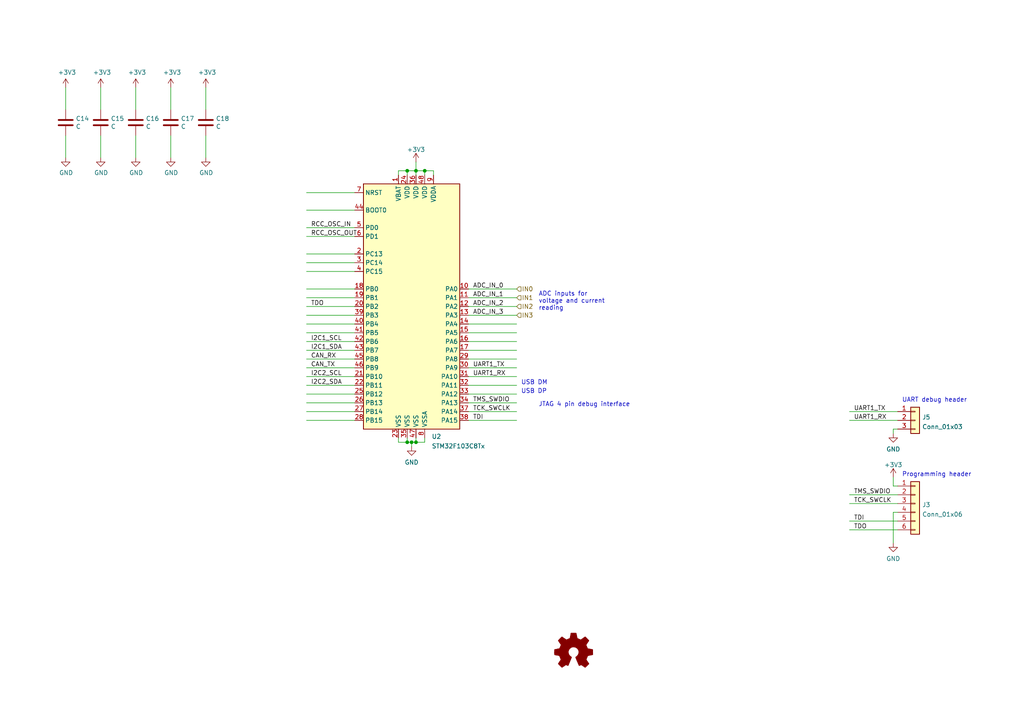
<source format=kicad_sch>
(kicad_sch (version 20211123) (generator eeschema)
  (paper "A4")
  (title_block (title "Open Flow Meter") (date "2021-03-30") (rev "1"))
  (lib_symbols
    (symbol "Connector_Generic:Conn_01x03" (pin_names (offset 1.016) hide)
      (property "Reference" "J" (at 0 5.08 0))
      (property "Value" "Conn_01x03" (at 0 -5.08 0))
      (symbol "Conn_01x03_1_1"
        (rectangle (start -1.27 -2.413) (end 0 -2.667) (stroke (width 0.1524)))
        (rectangle (start -1.27 0.127) (end 0 -0.127) (stroke (width 0.1524)))
        (rectangle (start -1.27 2.667) (end 0 2.413) (stroke (width 0.1524)))
        (rectangle (start -1.27 3.81) (end 1.27 -3.81) (stroke (width 0.254)) (fill (type background)))
        (pin passive line (at -5.08 2.54 0) (length 3.81) (name "Pin_1") (number "1"))
        (pin passive line (at -5.08 0 0) (length 3.81) (name "Pin_2") (number "2"))
        (pin passive line (at -5.08 -2.54 0) (length 3.81) (name "Pin_3") (number "3"))
      )
    )
    (symbol "Connector_Generic:Conn_01x06" (pin_names (offset 1.016) hide)
      (property "Reference" "J" (at 0 7.62 0))
      (property "Value" "Conn_01x06" (at 0 -10.16 0))
      (symbol "Conn_01x06_1_1"
        (rectangle (start -1.27 -7.493) (end 0 -7.747) (stroke (width 0.1524)))
        (rectangle (start -1.27 -4.953) (end 0 -5.207) (stroke (width 0.1524)))
        (rectangle (start -1.27 -2.413) (end 0 -2.667) (stroke (width 0.1524)))
        (rectangle (start -1.27 0.127) (end 0 -0.127) (stroke (width 0.1524)))
        (rectangle (start -1.27 2.667) (end 0 2.413) (stroke (width 0.1524)))
        (rectangle (start -1.27 5.207) (end 0 4.953) (stroke (width 0.1524)))
        (rectangle (start -1.27 6.35) (end 1.27 -8.89) (stroke (width 0.254)) (fill (type background)))
        (pin passive line (at -5.08 5.08 0) (length 3.81) (name "Pin_1") (number "1"))
        (pin passive line (at -5.08 2.54 0) (length 3.81) (name "Pin_2") (number "2"))
        (pin passive line (at -5.08 0 0) (length 3.81) (name "Pin_3") (number "3"))
        (pin passive line (at -5.08 -2.54 0) (length 3.81) (name "Pin_4") (number "4"))
        (pin passive line (at -5.08 -5.08 0) (length 3.81) (name "Pin_5") (number "5"))
        (pin passive line (at -5.08 -7.62 0) (length 3.81) (name "Pin_6") (number "6"))
      )
    )
    (symbol "Device:C" (pin_numbers hide) (pin_names (offset 0.254))
      (property "Reference" "C" (at 0.635 2.54 0))
      (property "Value" "C" (at 0.635 -2.54 0))
      (symbol "C_0_1"
        (polyline (pts (xy -2.032 -0.762) (xy 2.032 -0.762)) (stroke (width 0.508)))
        (polyline (pts (xy -2.032 0.762) (xy 2.032 0.762)) (stroke (width 0.508)))
      )
      (symbol "C_1_1"
        (pin passive line (at 0 3.81 270) (length 2.794) (name "~") (number "1"))
        (pin passive line (at 0 -3.81 90) (length 2.794) (name "~") (number "2"))
      )
    )
    (symbol "Graphic:Logo_Open_Hardware_Small" (pin_names (offset 1.016))
      (symbol "Logo_Open_Hardware_Small_0_1"
        (polyline (pts (xy 3.3528 -4.3434) (xy 3.302 -4.318) (xy 3.175 -4.2418) (xy 2.9972 -4.1148) (xy 2.7686 -3.9624) (xy 2.54 -3.81) (xy 2.3622 -3.7084) (xy 2.2352 -3.6068) (xy 2.1844 -3.5814) (xy 2.159 -3.6068) (xy 2.0574 -3.6576) (xy 1.905 -3.7338) (xy 1.8034 -3.7846) (xy 1.6764 -3.8354) (xy 1.6002 -3.8354) (xy 1.6002 -3.8354) (xy 1.5494 -3.7338) (xy 1.4732 -3.5306) (xy 1.3462 -3.302) (xy 1.2446 -3.0226) (xy 1.1176 -2.7178) (xy 0.9652 -2.413) (xy 0.8636 -2.1082) (xy 0.7366 -1.8288) (xy 0.6604 -1.6256) (xy 0.6096 -1.4732) (xy 0.5842 -1.397) (xy 0.5842 -1.397) (xy 0.6604 -1.3208) (xy 0.7874 -1.2446) (xy 1.0414 -1.016) (xy 1.2954 -0.6858) (xy 1.4478 -0.3302) (xy 1.524 0.0762) (xy 1.4732 0.4572) (xy 1.3208 0.8128) (xy 1.0668 1.143) (xy 0.762 1.3716) (xy 0.4064 1.524) (xy 0 1.5748) (xy -0.381 1.5494) (xy -0.7366 1.397) (xy -1.0668 1.143) (xy -1.2192 0.9906) (xy -1.397 0.6604) (xy -1.524 0.3048) (xy -1.524 0.2286) (xy -1.4986 -0.1778) (xy -1.397 -0.5334) (xy -1.1938 -0.8636) (xy -0.9144 -1.143) (xy -0.8636 -1.1684) (xy -0.7366 -1.27) (xy -0.635 -1.3462) (xy -0.5842 -1.397) (xy -1.0668 -2.5908) (xy -1.143 -2.794) (xy -1.2954 -3.1242) (xy -1.397 -3.4036) (xy -1.4986 -3.6322) (xy -1.5748 -3.7846) (xy -1.6002 -3.8354) (xy -1.6002 -3.8354) (xy -1.651 -3.8354) (xy -1.7272 -3.81) (xy -1.905 -3.7338) (xy -2.0066 -3.683) (xy -2.1336 -3.6068) (xy -2.2098 -3.5814) (xy -2.2606 -3.6068) (xy -2.3622 -3.683) (xy -2.54 -3.81) (xy -2.7686 -3.9624) (xy -2.9718 -4.0894) (xy -3.1496 -4.2164) (xy -3.302 -4.318) (xy -3.3528 -4.3434) (xy -3.3782 -4.3434) (xy -3.429 -4.318) (xy -3.5306 -4.2164) (xy -3.7084 -4.064) (xy -3.937 -3.8354) (xy -3.9624 -3.81) (xy -4.1656 -3.6068) (xy -4.318 -3.4544) (xy -4.4196 -3.3274) (xy -4.445 -3.2766) (xy -4.445 -3.2766) (xy -4.4196 -3.2258) (xy -4.318 -3.0734) (xy -4.2164 -2.8956) (xy -4.064 -2.667) (xy -3.6576 -2.0828) (xy -3.8862 -1.5494) (xy -3.937 -1.3716) (xy -4.0386 -1.1684) (xy -4.0894 -1.0414) (xy -4.1148 -0.9652) (xy -4.191 -0.9398) (xy -4.318 -0.9144) (xy -4.5466 -0.8636) (xy -4.8006 -0.8128) (xy -5.0546 -0.7874) (xy -5.2578 -0.7366) (xy -5.4356 -0.7112) (xy -5.5118 -0.6858) (xy -5.5118 -0.6858) (xy -5.5372 -0.635) (xy -5.5372 -0.5588) (xy -5.5372 -0.4318) (xy -5.5626 -0.2286) (xy -5.5626 0.0762) (xy -5.5626 0.127) (xy -5.5372 0.4064) (xy -5.5372 0.635) (xy -5.5372 0.762) (xy -5.5372 0.8382) (xy -5.5372 0.8382) (xy -5.461 0.8382) (xy -5.3086 0.889) (xy -5.08 0.9144) (xy -4.826 0.9652) (xy -4.8006 0.9906) (xy -4.5466 1.0414) (xy -4.318 1.0668) (xy -4.1656 1.1176) (xy -4.0894 1.143) (xy -4.0894 1.143) (xy -4.0386 1.2446) (xy -3.9624 1.4224) (xy -3.8608 1.6256) (xy -3.7846 1.8288) (xy -3.7084 2.0066) (xy -3.6576 2.159) (xy -3.6322 2.2098) (xy -3.6322 2.2098) (xy -3.683 2.286) (xy -3.7592 2.413) (xy -3.8862 2.5908) (xy -4.064 2.8194) (xy -4.064 2.8448) (xy -4.2164 3.0734) (xy -4.3434 3.2512) (xy -4.4196 3.3782) (xy -4.445 3.4544) (xy -4.445 3.4544) (xy -4.3942 3.5052) (xy -4.2926 3.6322) (xy -4.1148 3.81) (xy -3.937 4.0132) (xy -3.8608 4.064) (xy -3.6576 4.2926) (xy -3.5052 4.4196) (xy -3.4036 4.4958) (xy -3.3528 4.5212) (xy -3.3528 4.5212) (xy -3.302 4.4704) (xy -3.1496 4.3688) (xy -2.9718 4.2418) (xy -2.7432 4.0894) (xy -2.7178 4.0894) (xy -2.4892 3.937) (xy -2.3114 3.81) (xy -2.1844 3.7084) (xy -2.1336 3.683) (xy -2.1082 3.683) (xy -2.032 3.7084) (xy -1.8542 3.7592) (xy -1.6764 3.8354) (xy -1.4732 3.937) (xy -1.27 4.0132) (xy -1.143 4.064) (xy -1.0668 4.1148) (xy -1.0668 4.1148) (xy -1.0414 4.191) (xy -1.016 4.3434) (xy -0.9652 4.572) (xy -0.9144 4.8514) (xy -0.889 4.9022) (xy -0.8382 5.1562) (xy -0.8128 5.3848) (xy -0.7874 5.5372) (xy -0.762 5.588) (xy -0.7112 5.6134) (xy -0.5842 5.6134) (xy -0.4064 5.6134) (xy -0.1524 5.6134) (xy 0.0762 5.6134) (xy 0.3302 5.6134) (xy 0.5334 5.6134) (xy 0.6858 5.588) (xy 0.7366 5.588) (xy 0.7366 5.588) (xy 0.762 5.5118) (xy 0.8128 5.334) (xy 0.8382 5.1054) (xy 0.9144 4.826) (xy 0.9144 4.7752) (xy 0.9652 4.5212) (xy 1.016 4.2926) (xy 1.0414 4.1402) (xy 1.0668 4.0894) (xy 1.0668 4.0894) (xy 1.1938 4.0386) (xy 1.3716 3.9624) (xy 1.5748 3.8608) (xy 2.0828 3.6576) (xy 2.7178 4.0894) (xy 2.7686 4.1402) (xy 2.9972 4.2926) (xy 3.175 4.4196) (xy 3.302 4.4958) (xy 3.3782 4.5212) (xy 3.3782 4.5212) (xy 3.429 4.4704) (xy 3.556 4.3434) (xy 3.7338 4.191) (xy 3.9116 3.9878) (xy 4.064 3.8354) (xy 4.2418 3.6576) (xy 4.3434 3.556) (xy 4.4196 3.4798) (xy 4.4196 3.429) (xy 4.4196 3.4036) (xy 4.3942 3.3274) (xy 4.2926 3.2004) (xy 4.1656 2.9972) (xy 4.0132 2.794) (xy 3.8862 2.5908) (xy 3.7592 2.3876) (xy 3.6576 2.2352) (xy 3.6322 2.159) (xy 3.6322 2.1336) (xy 3.683 2.0066) (xy 3.7592 1.8288) (xy 3.8608 1.6002) (xy 4.064 1.1176) (xy 4.3942 1.0414) (xy 4.5974 1.016) (xy 4.8768 0.9652) (xy 5.1308 0.9144) (xy 5.5372 0.8382) (xy 5.5626 -0.6604) (xy 5.4864 -0.6858) (xy 5.4356 -0.6858) (xy 5.2832 -0.7366) (xy 5.0546 -0.762) (xy 4.8006 -0.8128) (xy 4.5974 -0.8636) (xy 4.3688 -0.9144) (xy 4.2164 -0.9398) (xy 4.1402 -0.9398) (xy 4.1148 -0.9652) (xy 4.064 -1.0668) (xy 3.9878 -1.2446) (xy 3.9116 -1.4478) (xy 3.81 -1.651) (xy 3.7338 -1.8542) (xy 3.683 -2.0066) (xy 3.6576 -2.0828) (xy 3.683 -2.1336) (xy 3.7846 -2.2606) (xy 3.8862 -2.4638) (xy 4.0386 -2.667) (xy 4.191 -2.8956) (xy 4.318 -3.0734) (xy 4.3942 -3.2004) (xy 4.445 -3.2766) (xy 4.4196 -3.3274) (xy 4.3434 -3.429) (xy 4.1656 -3.5814) (xy 3.937 -3.8354) (xy 3.8862 -3.8608) (xy 3.683 -4.064) (xy 3.5306 -4.2164) (xy 3.4036 -4.318) (xy 3.3528 -4.3434)) (fill (type outline)))
      )
    )
    (symbol "MCU_ST_STM32F1:STM32F103C8Tx"
      (property "Reference" "U" (at -15.24 36.83 0))
      (property "Value" "STM32F103C8Tx" (at 7.62 36.83 0))
      (symbol "STM32F103C8Tx_0_1"
        (rectangle (start -15.24 -35.56) (end 12.7 35.56) (stroke (width 0.254)) (fill (type background)))
      )
      (symbol "STM32F103C8Tx_1_1"
        (pin power_in line (at -5.08 38.1 270) (length 2.54) (name "VBAT") (number "1"))
        (pin bidirectional line (at 15.24 5.08 180) (length 2.54) (name "PA0") (number "10"))
        (pin bidirectional line (at 15.24 2.54 180) (length 2.54) (name "PA1") (number "11"))
        (pin bidirectional line (at 15.24 0 180) (length 2.54) (name "PA2") (number "12"))
        (pin bidirectional line (at 15.24 -2.54 180) (length 2.54) (name "PA3") (number "13"))
        (pin bidirectional line (at 15.24 -5.08 180) (length 2.54) (name "PA4") (number "14"))
        (pin bidirectional line (at 15.24 -7.62 180) (length 2.54) (name "PA5") (number "15"))
        (pin bidirectional line (at 15.24 -10.16 180) (length 2.54) (name "PA6") (number "16"))
        (pin bidirectional line (at 15.24 -12.7 180) (length 2.54) (name "PA7") (number "17"))
        (pin bidirectional line (at -17.78 5.08 0) (length 2.54) (name "PB0") (number "18"))
        (pin bidirectional line (at -17.78 2.54 0) (length 2.54) (name "PB1") (number "19"))
        (pin bidirectional line (at -17.78 15.24 0) (length 2.54) (name "PC13") (number "2"))
        (pin bidirectional line (at -17.78 0 0) (length 2.54) (name "PB2") (number "20"))
        (pin bidirectional line (at -17.78 -20.32 0) (length 2.54) (name "PB10") (number "21"))
        (pin bidirectional line (at -17.78 -22.86 0) (length 2.54) (name "PB11") (number "22"))
        (pin power_in line (at -5.08 -38.1 90) (length 2.54) (name "VSS") (number "23"))
        (pin power_in line (at -2.54 38.1 270) (length 2.54) (name "VDD") (number "24"))
        (pin bidirectional line (at -17.78 -25.4 0) (length 2.54) (name "PB12") (number "25"))
        (pin bidirectional line (at -17.78 -27.94 0) (length 2.54) (name "PB13") (number "26"))
        (pin bidirectional line (at -17.78 -30.48 0) (length 2.54) (name "PB14") (number "27"))
        (pin bidirectional line (at -17.78 -33.02 0) (length 2.54) (name "PB15") (number "28"))
        (pin bidirectional line (at 15.24 -15.24 180) (length 2.54) (name "PA8") (number "29"))
        (pin bidirectional line (at -17.78 12.7 0) (length 2.54) (name "PC14") (number "3"))
        (pin bidirectional line (at 15.24 -17.78 180) (length 2.54) (name "PA9") (number "30"))
        (pin bidirectional line (at 15.24 -20.32 180) (length 2.54) (name "PA10") (number "31"))
        (pin bidirectional line (at 15.24 -22.86 180) (length 2.54) (name "PA11") (number "32"))
        (pin bidirectional line (at 15.24 -25.4 180) (length 2.54) (name "PA12") (number "33"))
        (pin bidirectional line (at 15.24 -27.94 180) (length 2.54) (name "PA13") (number "34"))
        (pin power_in line (at -2.54 -38.1 90) (length 2.54) (name "VSS") (number "35"))
        (pin power_in line (at 0 38.1 270) (length 2.54) (name "VDD") (number "36"))
        (pin bidirectional line (at 15.24 -30.48 180) (length 2.54) (name "PA14") (number "37"))
        (pin bidirectional line (at 15.24 -33.02 180) (length 2.54) (name "PA15") (number "38"))
        (pin bidirectional line (at -17.78 -2.54 0) (length 2.54) (name "PB3") (number "39"))
        (pin bidirectional line (at -17.78 10.16 0) (length 2.54) (name "PC15") (number "4"))
        (pin bidirectional line (at -17.78 -5.08 0) (length 2.54) (name "PB4") (number "40"))
        (pin bidirectional line (at -17.78 -7.62 0) (length 2.54) (name "PB5") (number "41"))
        (pin bidirectional line (at -17.78 -10.16 0) (length 2.54) (name "PB6") (number "42"))
        (pin bidirectional line (at -17.78 -12.7 0) (length 2.54) (name "PB7") (number "43"))
        (pin input line (at -17.78 27.94 0) (length 2.54) (name "BOOT0") (number "44"))
        (pin bidirectional line (at -17.78 -15.24 0) (length 2.54) (name "PB8") (number "45"))
        (pin bidirectional line (at -17.78 -17.78 0) (length 2.54) (name "PB9") (number "46"))
        (pin power_in line (at 0 -38.1 90) (length 2.54) (name "VSS") (number "47"))
        (pin power_in line (at 2.54 38.1 270) (length 2.54) (name "VDD") (number "48"))
        (pin input line (at -17.78 22.86 0) (length 2.54) (name "PD0") (number "5"))
        (pin input line (at -17.78 20.32 0) (length 2.54) (name "PD1") (number "6"))
        (pin input line (at -17.78 33.02 0) (length 2.54) (name "NRST") (number "7"))
        (pin power_in line (at 2.54 -38.1 90) (length 2.54) (name "VSSA") (number "8"))
        (pin power_in line (at 5.08 38.1 270) (length 2.54) (name "VDDA") (number "9"))
      )
    )
    (symbol "power:+3.3V" (power) (pin_names (offset 0))
      (property "Value" "+3.3V" (at 0 3.556 0))
      (symbol "+3.3V_0_1"
        (polyline (pts (xy -0.762 1.27) (xy 0 2.54)))
        (polyline (pts (xy 0 0) (xy 0 2.54)))
        (polyline (pts (xy 0 2.54) (xy 0.762 1.27)))
      )
      (symbol "+3.3V_1_1"
        (pin power_in line (at 0 0 90) (length 0) hide (name "+3V3") (number "1"))
      )
    )
    (symbol "power:GND" (power) (pin_names (offset 0))
      (property "Value" "GND" (at 0 -3.81 0))
      (symbol "GND_0_1"
        (polyline (pts (xy 0 0) (xy 0 -1.27) (xy 1.27 -1.27) (xy 0 -2.54) (xy -1.27 -1.27) (xy 0 -1.27)))
      )
      (symbol "GND_1_1"
        (pin power_in line (at 0 0 270) (length 0) hide (name "GND") (number "1"))
      )
    )
  )
  (junction (at 119.38 128.27))
  (junction (at 118.11 128.27))
  (junction (at 118.11 49.53))
  (junction (at 123.19 49.53))
  (junction (at 120.65 128.27))
  (junction (at 120.65 49.53))
  (wire (pts (xy 88.9 121.92) (xy 102.87 121.92)))
  (wire (pts (xy 88.9 88.9) (xy 102.87 88.9)))
  (wire (pts (xy 59.69 39.37) (xy 59.69 45.72)))
  (wire (pts (xy 260.35 140.97) (xy 259.08 140.97)))
  (wire (pts (xy 135.89 96.52) (xy 149.86 96.52)))
  (wire (pts (xy 88.9 83.82) (xy 102.87 83.82)))
  (wire (pts (xy 29.21 39.37) (xy 29.21 45.72)))
  (wire (pts (xy 39.37 39.37) (xy 39.37 45.72)))
  (wire (pts (xy 135.89 99.06) (xy 149.86 99.06)))
  (wire (pts (xy 88.9 76.2) (xy 102.87 76.2)))
  (wire (pts (xy 88.9 109.22) (xy 102.87 109.22)))
  (wire (pts (xy 119.38 128.27) (xy 119.38 129.54)))
  (wire (pts (xy 59.69 25.4) (xy 59.69 31.75)))
  (wire (pts (xy 88.9 116.84) (xy 102.87 116.84)))
  (wire (pts (xy 246.38 143.51) (xy 260.35 143.51)))
  (wire (pts (xy 135.89 83.82) (xy 149.86 83.82)))
  (wire (pts (xy 115.57 49.53) (xy 115.57 50.8)))
  (wire (pts (xy 120.65 46.99) (xy 120.65 49.53)))
  (wire (pts (xy 260.35 124.46) (xy 259.08 124.46)))
  (wire (pts (xy 120.65 127) (xy 120.65 128.27)))
  (wire (pts (xy 246.38 151.13) (xy 260.35 151.13)))
  (wire (pts (xy 88.9 101.6) (xy 102.87 101.6)))
  (wire (pts (xy 88.9 96.52) (xy 102.87 96.52)))
  (wire (pts (xy 135.89 116.84) (xy 149.86 116.84)))
  (wire (pts (xy 19.05 25.4) (xy 19.05 31.75)))
  (wire (pts (xy 88.9 119.38) (xy 102.87 119.38)))
  (wire (pts (xy 260.35 148.59) (xy 259.08 148.59)))
  (wire (pts (xy 88.9 91.44) (xy 102.87 91.44)))
  (wire (pts (xy 88.9 111.76) (xy 102.87 111.76)))
  (wire (pts (xy 135.89 114.3) (xy 149.86 114.3)))
  (wire (pts (xy 115.57 128.27) (xy 118.11 128.27)))
  (wire (pts (xy 135.89 86.36) (xy 149.86 86.36)))
  (wire (pts (xy 123.19 127) (xy 123.19 128.27)))
  (wire (pts (xy 259.08 138.43) (xy 259.08 140.97)))
  (wire (pts (xy 88.9 93.98) (xy 102.87 93.98)))
  (wire (pts (xy 135.89 104.14) (xy 149.86 104.14)))
  (wire (pts (xy 135.89 88.9) (xy 149.86 88.9)))
  (wire (pts (xy 135.89 111.76) (xy 149.86 111.76)))
  (wire (pts (xy 118.11 49.53) (xy 115.57 49.53)))
  (wire (pts (xy 125.73 50.8) (xy 125.73 49.53)))
  (wire (pts (xy 29.21 25.4) (xy 29.21 31.75)))
  (wire (pts (xy 88.9 55.88) (xy 102.87 55.88)))
  (wire (pts (xy 120.65 49.53) (xy 120.65 50.8)))
  (wire (pts (xy 123.19 49.53) (xy 120.65 49.53)))
  (wire (pts (xy 39.37 25.4) (xy 39.37 31.75)))
  (wire (pts (xy 88.9 106.68) (xy 102.87 106.68)))
  (wire (pts (xy 246.38 153.67) (xy 260.35 153.67)))
  (wire (pts (xy 246.38 146.05) (xy 260.35 146.05)))
  (wire (pts (xy 135.89 119.38) (xy 149.86 119.38)))
  (wire (pts (xy 135.89 121.92) (xy 149.86 121.92)))
  (wire (pts (xy 120.65 128.27) (xy 123.19 128.27)))
  (wire (pts (xy 135.89 91.44) (xy 149.86 91.44)))
  (wire (pts (xy 119.38 128.27) (xy 120.65 128.27)))
  (wire (pts (xy 135.89 101.6) (xy 149.86 101.6)))
  (wire (pts (xy 88.9 104.14) (xy 102.87 104.14)))
  (wire (pts (xy 135.89 93.98) (xy 149.86 93.98)))
  (wire (pts (xy 88.9 78.74) (xy 102.87 78.74)))
  (wire (pts (xy 118.11 49.53) (xy 118.11 50.8)))
  (wire (pts (xy 88.9 68.58) (xy 102.87 68.58)))
  (wire (pts (xy 88.9 114.3) (xy 102.87 114.3)))
  (wire (pts (xy 88.9 60.96) (xy 102.87 60.96)))
  (wire (pts (xy 135.89 109.22) (xy 149.86 109.22)))
  (wire (pts (xy 118.11 127) (xy 118.11 128.27)))
  (wire (pts (xy 115.57 127) (xy 115.57 128.27)))
  (wire (pts (xy 123.19 49.53) (xy 123.19 50.8)))
  (wire (pts (xy 88.9 73.66) (xy 102.87 73.66)))
  (wire (pts (xy 125.73 49.53) (xy 123.19 49.53)))
  (wire (pts (xy 49.53 25.4) (xy 49.53 31.75)))
  (wire (pts (xy 88.9 86.36) (xy 102.87 86.36)))
  (wire (pts (xy 120.65 49.53) (xy 118.11 49.53)))
  (wire (pts (xy 135.89 106.68) (xy 149.86 106.68)))
  (wire (pts (xy 88.9 99.06) (xy 102.87 99.06)))
  (wire (pts (xy 246.38 121.92) (xy 260.35 121.92)))
  (wire (pts (xy 88.9 66.04) (xy 102.87 66.04)))
  (wire (pts (xy 118.11 128.27) (xy 119.38 128.27)))
  (wire (pts (xy 246.38 119.38) (xy 260.35 119.38)))
  (wire (pts (xy 49.53 39.37) (xy 49.53 45.72)))
  (wire (pts (xy 19.05 39.37) (xy 19.05 45.72)))
  (wire (pts (xy 259.08 148.59) (xy 259.08 157.48)))
  (wire (pts (xy 259.08 124.46) (xy 259.08 125.73)))
  (text "JTAG 4 pin debug interface" (at 156.21 118.11 0) (effects (font (size 1.27 1.27)) (justify left bottom)))
  (text "Programming header" (at 261.62 138.43 0) (effects (font (size 1.27 1.27)) (justify left bottom)))
  (text "USB DM" (at 151.13 111.76 0) (effects (font (size 1.27 1.27)) (justify left bottom)))
  (text "UART debug header" (at 261.62 116.84 0) (effects (font (size 1.27 1.27)) (justify left bottom)))
  (text "ADC inputs for \nvoltage and current \nreading" (at 156.21 90.17 0) (effects (font (size 1.27 1.27)) (justify left bottom)))
  (text "USB DP" (at 151.13 114.3 0) (effects (font (size 1.27 1.27)) (justify left bottom)))
  (label "RCC_OSC_OUT" (at 90.17 68.58 0))
  (label "TDI" (at 247.65 151.13 0))
  (label "I2C2_SCL" (at 90.17 109.22 0))
  (label "UART1_RX" (at 247.65 121.92 0))
  (label "ADC_IN_2" (at 137.16 88.9 0))
  (label "RCC_OSC_IN" (at 90.17 66.04 0))
  (label "TMS_SWDIO" (at 137.16 116.84 0))
  (label "I2C2_SDA" (at 90.17 111.76 0))
  (label "TCK_SWCLK" (at 137.16 119.38 0))
  (label "UART1_TX" (at 247.65 119.38 0))
  (label "TDO" (at 247.65 153.67 0))
  (label "TMS_SWDIO" (at 247.65 143.51 0))
  (label "CAN_RX" (at 90.17 104.14 0))
  (label "I2C1_SDA" (at 90.17 101.6 0))
  (label "TCK_SWCLK" (at 247.65 146.05 0))
  (label "ADC_IN_1" (at 137.16 86.36 0))
  (label "I2C1_SCL" (at 90.17 99.06 0))
  (label "TDO" (at 90.17 88.9 0))
  (label "UART1_TX" (at 137.16 106.68 0))
  (label "TDI" (at 137.16 121.92 0))
  (label "ADC_IN_0" (at 137.16 83.82 0))
  (label "CAN_TX" (at 90.17 106.68 0))
  (label "UART1_RX" (at 137.16 109.22 0))
  (label "ADC_IN_3" (at 137.16 91.44 0))
  (hierarchical_label "IN2" (shape input) (at 149.86 88.9 0))
  (hierarchical_label "IN0" (shape input) (at 149.86 83.82 0))
  (hierarchical_label "IN3" (shape input) (at 149.86 91.44 0))
  (hierarchical_label "IN1" (shape input) (at 149.86 86.36 0))
  (symbol (lib_id "MCU_ST_STM32F1:STM32F103C8Tx") (at 120.65 88.9 0) (unit 1)
    (property "Reference" "U2" (at 125.2094 126.6095 0) (effects (justify left)))
    (property "Value" "STM32F103C8Tx" (at 125.2094 129.3846 0) (effects (justify left)))
    (property "Footprint" "Package_QFP:LQFP-48_7x7mm_P0.5mm" (effects hide))
    (property "Datasheet" "http://www.st.com/st-web-ui/static/active/en/resource/technical/document/datasheet/CD00161566.pdf" (effects hide))
  )
  (symbol (lib_id "power:+3.3V") (at 120.65 46.99 0) (unit 1)
    (property "Reference" "#PWR0113" (effects hide))
    (property "Value" "+3.3V" (at 120.65 43.3855 0))
  )
  (symbol (lib_id "Connector_Generic:Conn_01x03") (at 265.43 121.92 0) (unit 1)
    (property "Reference" "J5" (at 267.462 121.0115 0) (effects (justify left)))
    (property "Value" "Conn_01x03" (at 267.462 123.7866 0) (effects (justify left)))
    (property "Footprint" "Connector_PinHeader_2.54mm:PinHeader_1x03_P2.54mm_Vertical" (effects hide))
  )
  (symbol (lib_id "Device:C") (at 39.37 35.56 0) (unit 1)
    (property "Reference" "C16" (at 42.291 34.3916 0) (effects (justify left)))
    (property "Value" "C" (at 42.291 36.703 0) (effects (justify left)))
    (property "Footprint" "Capacitor_SMD:C_0603_1608Metric_Pad1.08x0.95mm_HandSolder" (effects hide))
  )
  (symbol (lib_id "Graphic:Logo_Open_Hardware_Small") (at 166.37 189.23 0) (unit 1)
    (property "Reference" "#LOGO1" (effects hide))
    (property "Value" "Logo_Open_Hardware_Small" (effects hide))
  )
  (symbol (lib_id "power:+3.3V") (at 59.69 25.4 0) (unit 1)
    (property "Reference" "#PWR039" (effects hide))
    (property "Value" "+3.3V" (at 60.071 21.0058 0))
  )
  (symbol (lib_id "power:+3.3V") (at 19.05 25.4 0) (unit 1)
    (property "Reference" "#PWR031" (effects hide))
    (property "Value" "+3.3V" (at 19.431 21.0058 0))
  )
  (symbol (lib_id "power:GND") (at 259.08 157.48 0) (unit 1)
    (property "Reference" "#PWR029" (effects hide))
    (property "Value" "GND" (at 259.08 162.0425 0))
  )
  (symbol (lib_id "power:GND") (at 29.21 45.72 0) (unit 1)
    (property "Reference" "#PWR034" (effects hide))
    (property "Value" "GND" (at 29.337 50.1142 0))
  )
  (symbol (lib_id "power:GND") (at 59.69 45.72 0) (unit 1)
    (property "Reference" "#PWR040" (effects hide))
    (property "Value" "GND" (at 59.817 50.1142 0))
  )
  (symbol (lib_id "power:+3.3V") (at 29.21 25.4 0) (unit 1)
    (property "Reference" "#PWR033" (effects hide))
    (property "Value" "+3.3V" (at 29.591 21.0058 0))
  )
  (symbol (lib_id "Device:C") (at 29.21 35.56 0) (unit 1)
    (property "Reference" "C15" (at 32.131 34.3916 0) (effects (justify left)))
    (property "Value" "C" (at 32.131 36.703 0) (effects (justify left)))
    (property "Footprint" "Capacitor_SMD:C_0603_1608Metric_Pad1.08x0.95mm_HandSolder" (effects hide))
  )
  (symbol (lib_id "power:GND") (at 259.08 125.73 0) (unit 1)
    (property "Reference" "#PWR030" (effects hide))
    (property "Value" "GND" (at 259.08 130.2925 0))
  )
  (symbol (lib_id "power:GND") (at 19.05 45.72 0) (unit 1)
    (property "Reference" "#PWR032" (effects hide))
    (property "Value" "GND" (at 19.177 50.1142 0))
  )
  (symbol (lib_id "power:+3.3V") (at 259.08 138.43 0) (unit 1)
    (property "Reference" "#PWR028" (effects hide))
    (property "Value" "+3.3V" (at 259.08 134.8255 0))
  )
  (symbol (lib_id "Device:C") (at 59.69 35.56 0) (unit 1)
    (property "Reference" "C18" (at 62.611 34.3916 0) (effects (justify left)))
    (property "Value" "C" (at 62.611 36.703 0) (effects (justify left)))
    (property "Footprint" "Capacitor_SMD:C_0603_1608Metric_Pad1.08x0.95mm_HandSolder" (effects hide))
  )
  (symbol (lib_id "power:+3.3V") (at 39.37 25.4 0) (unit 1)
    (property "Reference" "#PWR035" (effects hide))
    (property "Value" "+3.3V" (at 39.751 21.0058 0))
  )
  (symbol (lib_id "power:GND") (at 49.53 45.72 0) (unit 1)
    (property "Reference" "#PWR038" (effects hide))
    (property "Value" "GND" (at 49.657 50.1142 0))
  )
  (symbol (lib_id "Device:C") (at 49.53 35.56 0) (unit 1)
    (property "Reference" "C17" (at 52.451 34.3916 0) (effects (justify left)))
    (property "Value" "C" (at 52.451 36.703 0) (effects (justify left)))
    (property "Footprint" "Capacitor_SMD:C_0603_1608Metric_Pad1.08x0.95mm_HandSolder" (effects hide))
  )
  (symbol (lib_id "power:+3.3V") (at 49.53 25.4 0) (unit 1)
    (property "Reference" "#PWR037" (effects hide))
    (property "Value" "+3.3V" (at 49.911 21.0058 0))
  )
  (symbol (lib_id "power:GND") (at 39.37 45.72 0) (unit 1)
    (property "Reference" "#PWR036" (effects hide))
    (property "Value" "GND" (at 39.497 50.1142 0))
  )
  (symbol (lib_id "Connector_Generic:Conn_01x06") (at 265.43 146.05 0) (unit 1)
    (property "Reference" "J3" (at 267.462 146.4115 0) (effects (justify left)))
    (property "Value" "Conn_01x06" (at 267.462 149.1866 0) (effects (justify left)))
    (property "Footprint" "Connector_PinHeader_2.54mm:PinHeader_1x06_P2.54mm_Vertical" (effects hide))
  )
  (symbol (lib_id "Device:C") (at 19.05 35.56 0) (unit 1)
    (property "Reference" "C14" (at 21.971 34.3916 0) (effects (justify left)))
    (property "Value" "C" (at 21.971 36.703 0) (effects (justify left)))
    (property "Footprint" "Capacitor_SMD:C_0603_1608Metric_Pad1.08x0.95mm_HandSolder" (effects hide))
  )
  (symbol (lib_id "power:GND") (at 119.38 129.54 0) (unit 1)
    (property "Reference" "#PWR0114" (effects hide))
    (property "Value" "GND" (at 119.38 134.1025 0))
  )
)
</source>
